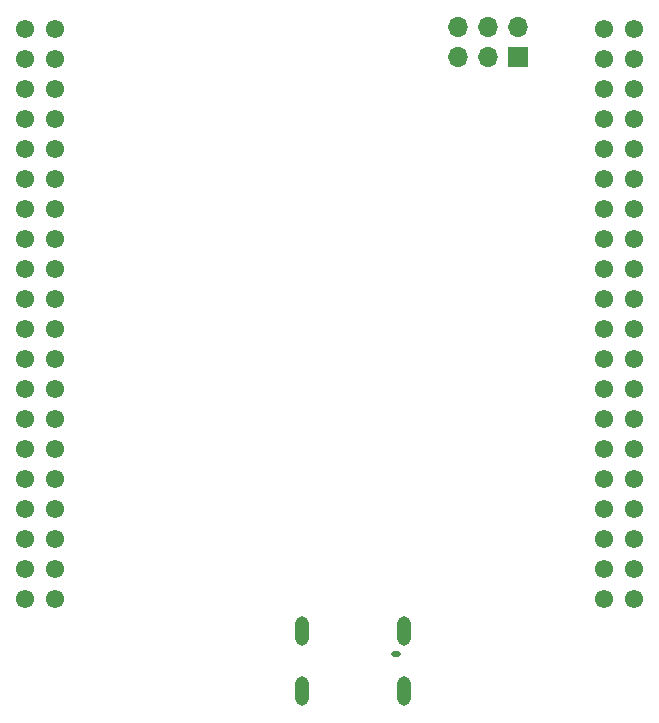
<source format=gbr>
%TF.GenerationSoftware,KiCad,Pcbnew,(5.1.9)-1*%
%TF.CreationDate,2021-07-09T22:50:26+02:00*%
%TF.ProjectId,hyperboard,68797065-7262-46f6-9172-642e6b696361,rev?*%
%TF.SameCoordinates,Original*%
%TF.FileFunction,Soldermask,Bot*%
%TF.FilePolarity,Negative*%
%FSLAX46Y46*%
G04 Gerber Fmt 4.6, Leading zero omitted, Abs format (unit mm)*
G04 Created by KiCad (PCBNEW (5.1.9)-1) date 2021-07-09 22:50:26*
%MOMM*%
%LPD*%
G01*
G04 APERTURE LIST*
%ADD10O,1.200000X2.500000*%
%ADD11O,0.850000X0.500000*%
%ADD12C,1.550000*%
%ADD13O,1.700000X1.700000*%
%ADD14R,1.700000X1.700000*%
G04 APERTURE END LIST*
D10*
%TO.C,J5*%
X142320000Y-140700000D03*
X133680000Y-140700000D03*
X133680000Y-145750000D03*
X142320000Y-145750000D03*
D11*
X141600000Y-142620000D03*
%TD*%
D12*
%TO.C,J3*%
X112750000Y-89740000D03*
X110210000Y-89740000D03*
X112750000Y-92280000D03*
X110210000Y-92280000D03*
X112750000Y-94820000D03*
X110210000Y-94820000D03*
X112750000Y-97360000D03*
X110210000Y-97360000D03*
X112750000Y-99900000D03*
X110210000Y-99900000D03*
X112750000Y-102440000D03*
X110210000Y-102440000D03*
X112750000Y-104980000D03*
X110210000Y-104980000D03*
X112750000Y-107520000D03*
X110210000Y-107520000D03*
X112750000Y-110060000D03*
X110210000Y-110060000D03*
X112750000Y-112600000D03*
X110210000Y-112600000D03*
X112750000Y-115140000D03*
X110210000Y-115140000D03*
X112750000Y-117680000D03*
X110210000Y-117680000D03*
X112750000Y-120220000D03*
X110210000Y-120220000D03*
X112750000Y-122760000D03*
X110210000Y-122760000D03*
X112750000Y-125300000D03*
X110210000Y-125300000D03*
X112750000Y-127840000D03*
X110210000Y-127840000D03*
X112750000Y-130380000D03*
X110210000Y-130380000D03*
X112750000Y-132920000D03*
X110210000Y-132920000D03*
X112750000Y-135460000D03*
X110210000Y-135460000D03*
X112750000Y-138000000D03*
X110210000Y-138000000D03*
%TD*%
%TO.C,J4*%
X161790000Y-89740000D03*
X159250000Y-89740000D03*
X161790000Y-92280000D03*
X159250000Y-92280000D03*
X161790000Y-94820000D03*
X159250000Y-94820000D03*
X161790000Y-97360000D03*
X159250000Y-97360000D03*
X161790000Y-99900000D03*
X159250000Y-99900000D03*
X161790000Y-102440000D03*
X159250000Y-102440000D03*
X161790000Y-104980000D03*
X159250000Y-104980000D03*
X161790000Y-107520000D03*
X159250000Y-107520000D03*
X161790000Y-110060000D03*
X159250000Y-110060000D03*
X161790000Y-112600000D03*
X159250000Y-112600000D03*
X161790000Y-115140000D03*
X159250000Y-115140000D03*
X161790000Y-117680000D03*
X159250000Y-117680000D03*
X161790000Y-120220000D03*
X159250000Y-120220000D03*
X161790000Y-122760000D03*
X159250000Y-122760000D03*
X161790000Y-125300000D03*
X159250000Y-125300000D03*
X161790000Y-127840000D03*
X159250000Y-127840000D03*
X161790000Y-130380000D03*
X159250000Y-130380000D03*
X161790000Y-132920000D03*
X159250000Y-132920000D03*
X161790000Y-135460000D03*
X159250000Y-135460000D03*
X161790000Y-138000000D03*
X159250000Y-138000000D03*
%TD*%
D13*
%TO.C,J1*%
X146920000Y-89560000D03*
X146920000Y-92100000D03*
X149460000Y-89560000D03*
X149460000Y-92100000D03*
X152000000Y-89560000D03*
D14*
X152000000Y-92100000D03*
%TD*%
M02*

</source>
